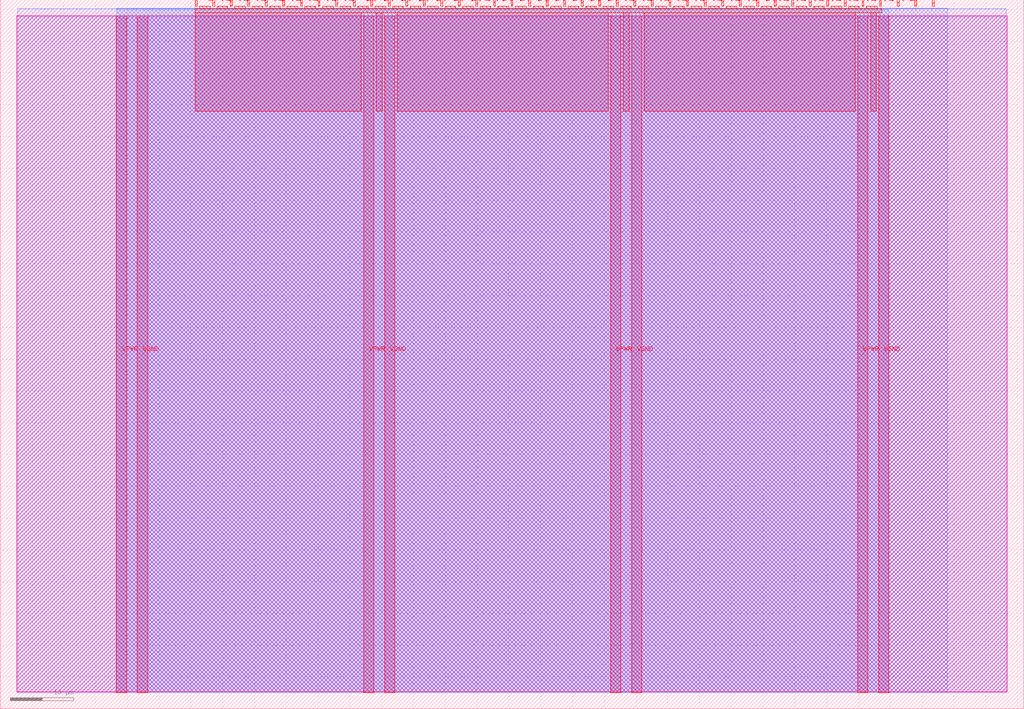
<source format=lef>
VERSION 5.7 ;
  NOWIREEXTENSIONATPIN ON ;
  DIVIDERCHAR "/" ;
  BUSBITCHARS "[]" ;
MACRO tt_um_alf19185_ALU
  CLASS BLOCK ;
  FOREIGN tt_um_alf19185_ALU ;
  ORIGIN 0.000 0.000 ;
  SIZE 161.000 BY 111.520 ;
  PIN VGND
    DIRECTION INOUT ;
    USE GROUND ;
    PORT
      LAYER met4 ;
        RECT 21.580 2.480 23.180 109.040 ;
    END
    PORT
      LAYER met4 ;
        RECT 60.450 2.480 62.050 109.040 ;
    END
    PORT
      LAYER met4 ;
        RECT 99.320 2.480 100.920 109.040 ;
    END
    PORT
      LAYER met4 ;
        RECT 138.190 2.480 139.790 109.040 ;
    END
  END VGND
  PIN VPWR
    DIRECTION INOUT ;
    USE POWER ;
    PORT
      LAYER met4 ;
        RECT 18.280 2.480 19.880 109.040 ;
    END
    PORT
      LAYER met4 ;
        RECT 57.150 2.480 58.750 109.040 ;
    END
    PORT
      LAYER met4 ;
        RECT 96.020 2.480 97.620 109.040 ;
    END
    PORT
      LAYER met4 ;
        RECT 134.890 2.480 136.490 109.040 ;
    END
  END VPWR
  PIN clk
    DIRECTION INPUT ;
    USE SIGNAL ;
    PORT
      LAYER met4 ;
        RECT 143.830 110.520 144.130 111.520 ;
    END
  END clk
  PIN ena
    DIRECTION INPUT ;
    USE SIGNAL ;
    PORT
      LAYER met4 ;
        RECT 146.590 110.520 146.890 111.520 ;
    END
  END ena
  PIN rst_n
    DIRECTION INPUT ;
    USE SIGNAL ;
    PORT
      LAYER met4 ;
        RECT 141.070 110.520 141.370 111.520 ;
    END
  END rst_n
  PIN ui_in[0]
    DIRECTION INPUT ;
    USE SIGNAL ;
    ANTENNAGATEAREA 0.213000 ;
    PORT
      LAYER met4 ;
        RECT 138.310 110.520 138.610 111.520 ;
    END
  END ui_in[0]
  PIN ui_in[1]
    DIRECTION INPUT ;
    USE SIGNAL ;
    ANTENNAGATEAREA 0.196500 ;
    PORT
      LAYER met4 ;
        RECT 135.550 110.520 135.850 111.520 ;
    END
  END ui_in[1]
  PIN ui_in[2]
    DIRECTION INPUT ;
    USE SIGNAL ;
    ANTENNAGATEAREA 0.196500 ;
    PORT
      LAYER met4 ;
        RECT 132.790 110.520 133.090 111.520 ;
    END
  END ui_in[2]
  PIN ui_in[3]
    DIRECTION INPUT ;
    USE SIGNAL ;
    ANTENNAGATEAREA 0.159000 ;
    PORT
      LAYER met4 ;
        RECT 130.030 110.520 130.330 111.520 ;
    END
  END ui_in[3]
  PIN ui_in[4]
    DIRECTION INPUT ;
    USE SIGNAL ;
    ANTENNAGATEAREA 0.213000 ;
    PORT
      LAYER met4 ;
        RECT 127.270 110.520 127.570 111.520 ;
    END
  END ui_in[4]
  PIN ui_in[5]
    DIRECTION INPUT ;
    USE SIGNAL ;
    ANTENNAGATEAREA 0.196500 ;
    PORT
      LAYER met4 ;
        RECT 124.510 110.520 124.810 111.520 ;
    END
  END ui_in[5]
  PIN ui_in[6]
    DIRECTION INPUT ;
    USE SIGNAL ;
    ANTENNAGATEAREA 0.126000 ;
    PORT
      LAYER met4 ;
        RECT 121.750 110.520 122.050 111.520 ;
    END
  END ui_in[6]
  PIN ui_in[7]
    DIRECTION INPUT ;
    USE SIGNAL ;
    ANTENNAGATEAREA 0.196500 ;
    PORT
      LAYER met4 ;
        RECT 118.990 110.520 119.290 111.520 ;
    END
  END ui_in[7]
  PIN uio_in[0]
    DIRECTION INPUT ;
    USE SIGNAL ;
    ANTENNAGATEAREA 0.213000 ;
    PORT
      LAYER met4 ;
        RECT 116.230 110.520 116.530 111.520 ;
    END
  END uio_in[0]
  PIN uio_in[1]
    DIRECTION INPUT ;
    USE SIGNAL ;
    ANTENNAGATEAREA 0.213000 ;
    PORT
      LAYER met4 ;
        RECT 113.470 110.520 113.770 111.520 ;
    END
  END uio_in[1]
  PIN uio_in[2]
    DIRECTION INPUT ;
    USE SIGNAL ;
    ANTENNAGATEAREA 0.196500 ;
    PORT
      LAYER met4 ;
        RECT 110.710 110.520 111.010 111.520 ;
    END
  END uio_in[2]
  PIN uio_in[3]
    DIRECTION INPUT ;
    USE SIGNAL ;
    PORT
      LAYER met4 ;
        RECT 107.950 110.520 108.250 111.520 ;
    END
  END uio_in[3]
  PIN uio_in[4]
    DIRECTION INPUT ;
    USE SIGNAL ;
    PORT
      LAYER met4 ;
        RECT 105.190 110.520 105.490 111.520 ;
    END
  END uio_in[4]
  PIN uio_in[5]
    DIRECTION INPUT ;
    USE SIGNAL ;
    PORT
      LAYER met4 ;
        RECT 102.430 110.520 102.730 111.520 ;
    END
  END uio_in[5]
  PIN uio_in[6]
    DIRECTION INPUT ;
    USE SIGNAL ;
    PORT
      LAYER met4 ;
        RECT 99.670 110.520 99.970 111.520 ;
    END
  END uio_in[6]
  PIN uio_in[7]
    DIRECTION INPUT ;
    USE SIGNAL ;
    PORT
      LAYER met4 ;
        RECT 96.910 110.520 97.210 111.520 ;
    END
  END uio_in[7]
  PIN uio_oe[0]
    DIRECTION OUTPUT ;
    USE SIGNAL ;
    PORT
      LAYER met4 ;
        RECT 49.990 110.520 50.290 111.520 ;
    END
  END uio_oe[0]
  PIN uio_oe[1]
    DIRECTION OUTPUT ;
    USE SIGNAL ;
    PORT
      LAYER met4 ;
        RECT 47.230 110.520 47.530 111.520 ;
    END
  END uio_oe[1]
  PIN uio_oe[2]
    DIRECTION OUTPUT ;
    USE SIGNAL ;
    PORT
      LAYER met4 ;
        RECT 44.470 110.520 44.770 111.520 ;
    END
  END uio_oe[2]
  PIN uio_oe[3]
    DIRECTION OUTPUT ;
    USE SIGNAL ;
    PORT
      LAYER met4 ;
        RECT 41.710 110.520 42.010 111.520 ;
    END
  END uio_oe[3]
  PIN uio_oe[4]
    DIRECTION OUTPUT ;
    USE SIGNAL ;
    PORT
      LAYER met4 ;
        RECT 38.950 110.520 39.250 111.520 ;
    END
  END uio_oe[4]
  PIN uio_oe[5]
    DIRECTION OUTPUT ;
    USE SIGNAL ;
    PORT
      LAYER met4 ;
        RECT 36.190 110.520 36.490 111.520 ;
    END
  END uio_oe[5]
  PIN uio_oe[6]
    DIRECTION OUTPUT ;
    USE SIGNAL ;
    PORT
      LAYER met4 ;
        RECT 33.430 110.520 33.730 111.520 ;
    END
  END uio_oe[6]
  PIN uio_oe[7]
    DIRECTION OUTPUT ;
    USE SIGNAL ;
    PORT
      LAYER met4 ;
        RECT 30.670 110.520 30.970 111.520 ;
    END
  END uio_oe[7]
  PIN uio_out[0]
    DIRECTION OUTPUT ;
    USE SIGNAL ;
    PORT
      LAYER met4 ;
        RECT 72.070 110.520 72.370 111.520 ;
    END
  END uio_out[0]
  PIN uio_out[1]
    DIRECTION OUTPUT ;
    USE SIGNAL ;
    PORT
      LAYER met4 ;
        RECT 69.310 110.520 69.610 111.520 ;
    END
  END uio_out[1]
  PIN uio_out[2]
    DIRECTION OUTPUT ;
    USE SIGNAL ;
    PORT
      LAYER met4 ;
        RECT 66.550 110.520 66.850 111.520 ;
    END
  END uio_out[2]
  PIN uio_out[3]
    DIRECTION OUTPUT ;
    USE SIGNAL ;
    PORT
      LAYER met4 ;
        RECT 63.790 110.520 64.090 111.520 ;
    END
  END uio_out[3]
  PIN uio_out[4]
    DIRECTION OUTPUT ;
    USE SIGNAL ;
    PORT
      LAYER met4 ;
        RECT 61.030 110.520 61.330 111.520 ;
    END
  END uio_out[4]
  PIN uio_out[5]
    DIRECTION OUTPUT ;
    USE SIGNAL ;
    PORT
      LAYER met4 ;
        RECT 58.270 110.520 58.570 111.520 ;
    END
  END uio_out[5]
  PIN uio_out[6]
    DIRECTION OUTPUT ;
    USE SIGNAL ;
    PORT
      LAYER met4 ;
        RECT 55.510 110.520 55.810 111.520 ;
    END
  END uio_out[6]
  PIN uio_out[7]
    DIRECTION OUTPUT ;
    USE SIGNAL ;
    PORT
      LAYER met4 ;
        RECT 52.750 110.520 53.050 111.520 ;
    END
  END uio_out[7]
  PIN uo_out[0]
    DIRECTION OUTPUT ;
    USE SIGNAL ;
    ANTENNADIFFAREA 0.891000 ;
    PORT
      LAYER met4 ;
        RECT 94.150 110.520 94.450 111.520 ;
    END
  END uo_out[0]
  PIN uo_out[1]
    DIRECTION OUTPUT ;
    USE SIGNAL ;
    ANTENNADIFFAREA 1.288000 ;
    PORT
      LAYER met4 ;
        RECT 91.390 110.520 91.690 111.520 ;
    END
  END uo_out[1]
  PIN uo_out[2]
    DIRECTION OUTPUT ;
    USE SIGNAL ;
    ANTENNADIFFAREA 0.891000 ;
    PORT
      LAYER met4 ;
        RECT 88.630 110.520 88.930 111.520 ;
    END
  END uo_out[2]
  PIN uo_out[3]
    DIRECTION OUTPUT ;
    USE SIGNAL ;
    ANTENNADIFFAREA 0.933750 ;
    PORT
      LAYER met4 ;
        RECT 85.870 110.520 86.170 111.520 ;
    END
  END uo_out[3]
  PIN uo_out[4]
    DIRECTION OUTPUT ;
    USE SIGNAL ;
    ANTENNADIFFAREA 0.891000 ;
    PORT
      LAYER met4 ;
        RECT 83.110 110.520 83.410 111.520 ;
    END
  END uo_out[4]
  PIN uo_out[5]
    DIRECTION OUTPUT ;
    USE SIGNAL ;
    ANTENNADIFFAREA 0.462000 ;
    PORT
      LAYER met4 ;
        RECT 80.350 110.520 80.650 111.520 ;
    END
  END uo_out[5]
  PIN uo_out[6]
    DIRECTION OUTPUT ;
    USE SIGNAL ;
    PORT
      LAYER met4 ;
        RECT 77.590 110.520 77.890 111.520 ;
    END
  END uo_out[6]
  PIN uo_out[7]
    DIRECTION OUTPUT ;
    USE SIGNAL ;
    ANTENNADIFFAREA 0.445500 ;
    PORT
      LAYER met4 ;
        RECT 74.830 110.520 75.130 111.520 ;
    END
  END uo_out[7]
  OBS
      LAYER nwell ;
        RECT 2.570 2.635 158.430 108.990 ;
      LAYER li1 ;
        RECT 2.760 2.635 158.240 108.885 ;
      LAYER met1 ;
        RECT 2.760 2.480 158.240 110.120 ;
      LAYER met2 ;
        RECT 18.310 2.535 148.940 110.150 ;
      LAYER met3 ;
        RECT 18.290 2.555 139.780 109.985 ;
      LAYER met4 ;
        RECT 31.370 110.120 33.030 110.520 ;
        RECT 34.130 110.120 35.790 110.520 ;
        RECT 36.890 110.120 38.550 110.520 ;
        RECT 39.650 110.120 41.310 110.520 ;
        RECT 42.410 110.120 44.070 110.520 ;
        RECT 45.170 110.120 46.830 110.520 ;
        RECT 47.930 110.120 49.590 110.520 ;
        RECT 50.690 110.120 52.350 110.520 ;
        RECT 53.450 110.120 55.110 110.520 ;
        RECT 56.210 110.120 57.870 110.520 ;
        RECT 58.970 110.120 60.630 110.520 ;
        RECT 61.730 110.120 63.390 110.520 ;
        RECT 64.490 110.120 66.150 110.520 ;
        RECT 67.250 110.120 68.910 110.520 ;
        RECT 70.010 110.120 71.670 110.520 ;
        RECT 72.770 110.120 74.430 110.520 ;
        RECT 75.530 110.120 77.190 110.520 ;
        RECT 78.290 110.120 79.950 110.520 ;
        RECT 81.050 110.120 82.710 110.520 ;
        RECT 83.810 110.120 85.470 110.520 ;
        RECT 86.570 110.120 88.230 110.520 ;
        RECT 89.330 110.120 90.990 110.520 ;
        RECT 92.090 110.120 93.750 110.520 ;
        RECT 94.850 110.120 96.510 110.520 ;
        RECT 97.610 110.120 99.270 110.520 ;
        RECT 100.370 110.120 102.030 110.520 ;
        RECT 103.130 110.120 104.790 110.520 ;
        RECT 105.890 110.120 107.550 110.520 ;
        RECT 108.650 110.120 110.310 110.520 ;
        RECT 111.410 110.120 113.070 110.520 ;
        RECT 114.170 110.120 115.830 110.520 ;
        RECT 116.930 110.120 118.590 110.520 ;
        RECT 119.690 110.120 121.350 110.520 ;
        RECT 122.450 110.120 124.110 110.520 ;
        RECT 125.210 110.120 126.870 110.520 ;
        RECT 127.970 110.120 129.630 110.520 ;
        RECT 130.730 110.120 132.390 110.520 ;
        RECT 133.490 110.120 135.150 110.520 ;
        RECT 136.250 110.120 137.910 110.520 ;
        RECT 30.655 109.440 138.625 110.120 ;
        RECT 30.655 94.015 56.750 109.440 ;
        RECT 59.150 94.015 60.050 109.440 ;
        RECT 62.450 94.015 95.620 109.440 ;
        RECT 98.020 94.015 98.920 109.440 ;
        RECT 101.320 94.015 134.490 109.440 ;
        RECT 136.890 94.015 137.790 109.440 ;
  END
END tt_um_alf19185_ALU
END LIBRARY


</source>
